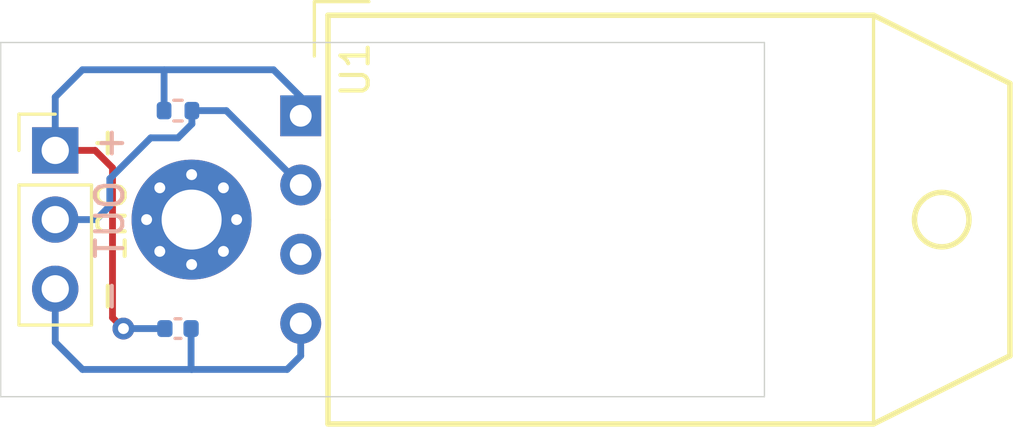
<source format=kicad_pcb>
(kicad_pcb (version 20171130) (host pcbnew 5.1.9-73d0e3b20d~88~ubuntu20.04.1)

  (general
    (thickness 1)
    (drawings 6)
    (tracks 31)
    (zones 0)
    (modules 5)
    (nets 4)
  )

  (page A4)
  (layers
    (0 F.Cu signal)
    (31 B.Cu signal)
    (32 B.Adhes user)
    (33 F.Adhes user)
    (34 B.Paste user)
    (35 F.Paste user)
    (36 B.SilkS user)
    (37 F.SilkS user)
    (38 B.Mask user)
    (39 F.Mask user)
    (40 Dwgs.User user)
    (41 Cmts.User user)
    (42 Eco1.User user)
    (43 Eco2.User user)
    (44 Edge.Cuts user)
    (45 Margin user)
    (46 B.CrtYd user)
    (47 F.CrtYd user)
    (48 B.Fab user hide)
    (49 F.Fab user hide)
  )

  (setup
    (last_trace_width 0.25)
    (trace_clearance 0.2)
    (zone_clearance 0.508)
    (zone_45_only no)
    (trace_min 0.2)
    (via_size 0.8)
    (via_drill 0.4)
    (via_min_size 0.4)
    (via_min_drill 0.3)
    (uvia_size 0.3)
    (uvia_drill 0.1)
    (uvias_allowed no)
    (uvia_min_size 0.2)
    (uvia_min_drill 0.1)
    (edge_width 0.05)
    (segment_width 0.2)
    (pcb_text_width 0.3)
    (pcb_text_size 1.5 1.5)
    (mod_edge_width 0.12)
    (mod_text_size 1 1)
    (mod_text_width 0.15)
    (pad_size 1.524 1.524)
    (pad_drill 0.762)
    (pad_to_mask_clearance 0)
    (aux_axis_origin 0 0)
    (visible_elements FFFFFF7F)
    (pcbplotparams
      (layerselection 0x010fc_ffffffff)
      (usegerberextensions false)
      (usegerberattributes true)
      (usegerberadvancedattributes true)
      (creategerberjobfile true)
      (excludeedgelayer true)
      (linewidth 0.100000)
      (plotframeref false)
      (viasonmask false)
      (mode 1)
      (useauxorigin false)
      (hpglpennumber 1)
      (hpglpenspeed 20)
      (hpglpendiameter 15.000000)
      (psnegative false)
      (psa4output false)
      (plotreference true)
      (plotvalue true)
      (plotinvisibletext false)
      (padsonsilk false)
      (subtractmaskfromsilk false)
      (outputformat 1)
      (mirror false)
      (drillshape 1)
      (scaleselection 1)
      (outputdirectory ""))
  )

  (net 0 "")
  (net 1 /VCC)
  (net 2 /GND)
  (net 3 /OUT)

  (net_class Default "This is the default net class."
    (clearance 0.2)
    (trace_width 0.25)
    (via_dia 0.8)
    (via_drill 0.4)
    (uvia_dia 0.3)
    (uvia_drill 0.1)
    (add_net /GND)
    (add_net /OUT)
    (add_net /VCC)
    (add_net "Net-(U1-Pad3)")
  )

  (module DHT22_pcb:Aosong_DHT22_horiz (layer F.Cu) (tedit 60C471E4) (tstamp 60C4BDD1)
    (at 51 46.5)
    (descr "Temperature and humidity module, http://akizukidenshi.com/download/ds/aosong/DHT11.pdf")
    (tags "Temperature and humidity module")
    (path /60C45F31)
    (fp_text reference U1 (at 2 -5.5 -90) (layer F.SilkS)
      (effects (font (size 1 1) (thickness 0.15)))
    )
    (fp_text value DHT22 (at 4 5.5) (layer F.Fab)
      (effects (font (size 1 1) (thickness 0.15)))
    )
    (fp_text user %R (at 0 3.81) (layer F.Fab)
      (effects (font (size 1 1) (thickness 0.15)))
    )
    (fp_circle (center 23.5 0) (end 24.5 0) (layer F.SilkS) (width 0.2))
    (fp_line (start 26 5) (end 21 7.5) (layer F.SilkS) (width 0.2))
    (fp_line (start 26 -5) (end 26 5) (layer F.SilkS) (width 0.2))
    (fp_line (start 21 -7.5) (end 26 -5) (layer F.SilkS) (width 0.2))
    (fp_line (start 0.5 -8) (end 0.5 -6) (layer F.SilkS) (width 0.12))
    (fp_line (start 2.5 -8) (end 0.5 -8) (layer F.SilkS) (width 0.12))
    (fp_line (start 1 7.5) (end 1 0) (layer F.SilkS) (width 0.2))
    (fp_line (start 21 7.5) (end 1 7.5) (layer F.SilkS) (width 0.2))
    (fp_line (start 21 -7.5) (end 21 7.5) (layer F.SilkS) (width 0.12))
    (fp_line (start 1 -7.5) (end 21 -7.5) (layer F.SilkS) (width 0.2))
    (fp_line (start 1 0) (end 1 -7.5) (layer F.SilkS) (width 0.2))
    (fp_line (start 2.5 -7.5) (end 21 -7.5) (layer F.Fab) (width 0.1))
    (fp_line (start 26 -5) (end 26 5) (layer F.Fab) (width 0.1))
    (fp_line (start 21 7.5) (end 1 7.5) (layer F.Fab) (width 0.1))
    (fp_line (start 1 -6) (end 1 7.5) (layer F.Fab) (width 0.1))
    (fp_line (start 0.5 -8) (end 26.5 -8) (layer F.CrtYd) (width 0.05))
    (fp_line (start 26.5 -8) (end 26.5 8) (layer F.CrtYd) (width 0.05))
    (fp_line (start 26.5 8) (end 0.5 8) (layer F.CrtYd) (width 0.05))
    (fp_line (start 0.5 8) (end 0.5 -8) (layer F.CrtYd) (width 0.05))
    (fp_line (start 1 -6) (end 2.5 -7.5) (layer F.Fab) (width 0.1))
    (fp_line (start 21 -7.5) (end 26 -5) (layer F.Fab) (width 0.1))
    (fp_line (start 21 7.5) (end 26 5) (layer F.Fab) (width 0.1))
    (fp_circle (center 23.5 0) (end 24.5 0) (layer F.Fab) (width 0.12))
    (pad 1 thru_hole rect (at 0 -3.81) (size 1.5 1.5) (drill 0.8) (layers *.Cu *.Mask)
      (net 1 /VCC))
    (pad 2 thru_hole circle (at 0 -1.27) (size 1.5 1.5) (drill 0.8) (layers *.Cu *.Mask)
      (net 3 /OUT))
    (pad 3 thru_hole circle (at 0 1.27) (size 1.5 1.5) (drill 0.8) (layers *.Cu *.Mask))
    (pad 4 thru_hole circle (at 0 3.81) (size 1.5 1.5) (drill 0.8) (layers *.Cu *.Mask)
      (net 2 /GND))
    (model ${KIPRJMOD}/3d_models/DHT22_T_sensor.step
      (at (xyz 0 0 0))
      (scale (xyz 1 1 1))
      (rotate (xyz 0 0 0))
    )
  )

  (module DHT22_pcb:MountingHole_2.2mm_M2_Pad_Via (layer F.Cu) (tedit 56DDB9C7) (tstamp 60C4D1BA)
    (at 47 46.5)
    (descr "Mounting Hole 2.2mm, M2")
    (tags "mounting hole 2.2mm m2")
    (path /60C47E20)
    (attr virtual)
    (fp_text reference H1 (at 0 -3.2) (layer F.SilkS) hide
      (effects (font (size 1 1) (thickness 0.15)))
    )
    (fp_text value MountingHole (at 0 3.2) (layer F.Fab)
      (effects (font (size 1 1) (thickness 0.15)))
    )
    (fp_text user %R (at 0.3 0) (layer F.Fab)
      (effects (font (size 1 1) (thickness 0.15)))
    )
    (fp_circle (center 0 0) (end 2.45 0) (layer F.CrtYd) (width 0.05))
    (fp_circle (center 0 0) (end 2.2 0) (layer Cmts.User) (width 0.15))
    (pad 1 thru_hole circle (at 1.166726 -1.166726) (size 0.7 0.7) (drill 0.4) (layers *.Cu *.Mask))
    (pad 1 thru_hole circle (at 0 -1.65) (size 0.7 0.7) (drill 0.4) (layers *.Cu *.Mask))
    (pad 1 thru_hole circle (at -1.166726 -1.166726) (size 0.7 0.7) (drill 0.4) (layers *.Cu *.Mask))
    (pad 1 thru_hole circle (at -1.65 0) (size 0.7 0.7) (drill 0.4) (layers *.Cu *.Mask))
    (pad 1 thru_hole circle (at -1.166726 1.166726) (size 0.7 0.7) (drill 0.4) (layers *.Cu *.Mask))
    (pad 1 thru_hole circle (at 0 1.65) (size 0.7 0.7) (drill 0.4) (layers *.Cu *.Mask))
    (pad 1 thru_hole circle (at 1.166726 1.166726) (size 0.7 0.7) (drill 0.4) (layers *.Cu *.Mask))
    (pad 1 thru_hole circle (at 1.65 0) (size 0.7 0.7) (drill 0.4) (layers *.Cu *.Mask))
    (pad 1 thru_hole circle (at 0 0) (size 4.4 4.4) (drill 2.2) (layers *.Cu *.Mask))
  )

  (module DHT22_pcb:R_0402_1005Metric (layer B.Cu) (tedit 5F68FEEE) (tstamp 60C4BDB9)
    (at 46.5 42.5)
    (descr "Resistor SMD 0402 (1005 Metric), square (rectangular) end terminal, IPC_7351 nominal, (Body size source: IPC-SM-782 page 72, https://www.pcb-3d.com/wordpress/wp-content/uploads/ipc-sm-782a_amendment_1_and_2.pdf), generated with kicad-footprint-generator")
    (tags resistor)
    (path /60C47999)
    (attr smd)
    (fp_text reference R1 (at 1.5 0 -90 unlocked) (layer B.SilkS) hide
      (effects (font (size 1 1) (thickness 0.15)) (justify mirror))
    )
    (fp_text value 4k7 (at 0 1.5) (layer B.Fab)
      (effects (font (size 1 1) (thickness 0.15)) (justify mirror))
    )
    (fp_line (start 0.93 -0.47) (end -0.93 -0.47) (layer B.CrtYd) (width 0.05))
    (fp_line (start 0.93 0.47) (end 0.93 -0.47) (layer B.CrtYd) (width 0.05))
    (fp_line (start -0.93 0.47) (end 0.93 0.47) (layer B.CrtYd) (width 0.05))
    (fp_line (start -0.93 -0.47) (end -0.93 0.47) (layer B.CrtYd) (width 0.05))
    (fp_line (start -0.153641 -0.38) (end 0.153641 -0.38) (layer B.SilkS) (width 0.12))
    (fp_line (start -0.153641 0.38) (end 0.153641 0.38) (layer B.SilkS) (width 0.12))
    (fp_line (start 0.525 -0.27) (end -0.525 -0.27) (layer B.Fab) (width 0.1))
    (fp_line (start 0.525 0.27) (end 0.525 -0.27) (layer B.Fab) (width 0.1))
    (fp_line (start -0.525 0.27) (end 0.525 0.27) (layer B.Fab) (width 0.1))
    (fp_line (start -0.525 -0.27) (end -0.525 0.27) (layer B.Fab) (width 0.1))
    (fp_text user %R (at 0 0) (layer B.Fab)
      (effects (font (size 0.26 0.26) (thickness 0.04)) (justify mirror))
    )
    (pad 1 smd roundrect (at -0.51 0) (size 0.54 0.64) (layers B.Cu B.Paste B.Mask) (roundrect_rratio 0.25)
      (net 1 /VCC))
    (pad 2 smd roundrect (at 0.51 0) (size 0.54 0.64) (layers B.Cu B.Paste B.Mask) (roundrect_rratio 0.25)
      (net 3 /OUT))
    (model ${KISYS3DMOD}/Resistor_SMD.3dshapes/R_0402_1005Metric.wrl
      (at (xyz 0 0 0))
      (scale (xyz 1 1 1))
      (rotate (xyz 0 0 0))
    )
  )

  (module DHT22_pcb:PinHeader_1x03_P2.54mm_Vertical (layer F.Cu) (tedit 59FED5CC) (tstamp 60C4BDA8)
    (at 42 43.96)
    (descr "Through hole straight pin header, 1x03, 2.54mm pitch, single row")
    (tags "Through hole pin header THT 1x03 2.54mm single row")
    (path /60C492CD)
    (fp_text reference J1 (at 1 -2.46 -90 unlocked) (layer F.SilkS) hide
      (effects (font (size 1 1) (thickness 0.15)))
    )
    (fp_text value Output (at 2.5 2.54 -90 unlocked) (layer F.Fab)
      (effects (font (size 1 1) (thickness 0.15)))
    )
    (fp_line (start 1.8 -1.8) (end -1.8 -1.8) (layer F.CrtYd) (width 0.05))
    (fp_line (start 1.8 6.85) (end 1.8 -1.8) (layer F.CrtYd) (width 0.05))
    (fp_line (start -1.8 6.85) (end 1.8 6.85) (layer F.CrtYd) (width 0.05))
    (fp_line (start -1.8 -1.8) (end -1.8 6.85) (layer F.CrtYd) (width 0.05))
    (fp_line (start -1.33 -1.33) (end 0 -1.33) (layer F.SilkS) (width 0.12))
    (fp_line (start -1.33 0) (end -1.33 -1.33) (layer F.SilkS) (width 0.12))
    (fp_line (start -1.33 1.27) (end 1.33 1.27) (layer F.SilkS) (width 0.12))
    (fp_line (start 1.33 1.27) (end 1.33 6.41) (layer F.SilkS) (width 0.12))
    (fp_line (start -1.33 1.27) (end -1.33 6.41) (layer F.SilkS) (width 0.12))
    (fp_line (start -1.33 6.41) (end 1.33 6.41) (layer F.SilkS) (width 0.12))
    (fp_line (start -1.27 -0.635) (end -0.635 -1.27) (layer F.Fab) (width 0.1))
    (fp_line (start -1.27 6.35) (end -1.27 -0.635) (layer F.Fab) (width 0.1))
    (fp_line (start 1.27 6.35) (end -1.27 6.35) (layer F.Fab) (width 0.1))
    (fp_line (start 1.27 -1.27) (end 1.27 6.35) (layer F.Fab) (width 0.1))
    (fp_line (start -0.635 -1.27) (end 1.27 -1.27) (layer F.Fab) (width 0.1))
    (fp_text user %R (at 0 2.54 90) (layer F.Fab)
      (effects (font (size 1 1) (thickness 0.15)))
    )
    (pad 1 thru_hole rect (at 0 0) (size 1.7 1.7) (drill 1) (layers *.Cu *.Mask)
      (net 1 /VCC))
    (pad 2 thru_hole oval (at 0 2.54) (size 1.7 1.7) (drill 1) (layers *.Cu *.Mask)
      (net 3 /OUT))
    (pad 3 thru_hole oval (at 0 5.08) (size 1.7 1.7) (drill 1) (layers *.Cu *.Mask)
      (net 2 /GND))
    (model ${KISYS3DMOD}/Connector_PinHeader_2.54mm.3dshapes/PinHeader_1x03_P2.54mm_Vertical.wrl
      (at (xyz 0 0 0))
      (scale (xyz 1 1 1))
      (rotate (xyz 0 0 0))
    )
  )

  (module DHT22_pcb:C_0402_1005Metric (layer B.Cu) (tedit 5F68FEEE) (tstamp 60C4BD91)
    (at 46.5 50.5)
    (descr "Capacitor SMD 0402 (1005 Metric), square (rectangular) end terminal, IPC_7351 nominal, (Body size source: IPC-SM-782 page 76, https://www.pcb-3d.com/wordpress/wp-content/uploads/ipc-sm-782a_amendment_1_and_2.pdf), generated with kicad-footprint-generator")
    (tags capacitor)
    (path /60C46A46)
    (attr smd)
    (fp_text reference C1 (at 1.5 0 -90 unlocked) (layer B.SilkS) hide
      (effects (font (size 1 1) (thickness 0.15)) (justify mirror))
    )
    (fp_text value 100nF (at 0 -1.5) (layer B.Fab)
      (effects (font (size 1 1) (thickness 0.15)) (justify mirror))
    )
    (fp_line (start 0.91 -0.46) (end -0.91 -0.46) (layer B.CrtYd) (width 0.05))
    (fp_line (start 0.91 0.46) (end 0.91 -0.46) (layer B.CrtYd) (width 0.05))
    (fp_line (start -0.91 0.46) (end 0.91 0.46) (layer B.CrtYd) (width 0.05))
    (fp_line (start -0.91 -0.46) (end -0.91 0.46) (layer B.CrtYd) (width 0.05))
    (fp_line (start -0.107836 -0.36) (end 0.107836 -0.36) (layer B.SilkS) (width 0.12))
    (fp_line (start -0.107836 0.36) (end 0.107836 0.36) (layer B.SilkS) (width 0.12))
    (fp_line (start 0.5 -0.25) (end -0.5 -0.25) (layer B.Fab) (width 0.1))
    (fp_line (start 0.5 0.25) (end 0.5 -0.25) (layer B.Fab) (width 0.1))
    (fp_line (start -0.5 0.25) (end 0.5 0.25) (layer B.Fab) (width 0.1))
    (fp_line (start -0.5 -0.25) (end -0.5 0.25) (layer B.Fab) (width 0.1))
    (fp_text user %R (at 0 0) (layer B.Fab)
      (effects (font (size 0.25 0.25) (thickness 0.04)) (justify mirror))
    )
    (pad 1 smd roundrect (at -0.48 0) (size 0.56 0.62) (layers B.Cu B.Paste B.Mask) (roundrect_rratio 0.25)
      (net 1 /VCC))
    (pad 2 smd roundrect (at 0.48 0) (size 0.56 0.62) (layers B.Cu B.Paste B.Mask) (roundrect_rratio 0.25)
      (net 2 /GND))
    (model ${KISYS3DMOD}/Capacitor_SMD.3dshapes/C_0402_1005Metric.wrl
      (at (xyz 0 0 0))
      (scale (xyz 1 1 1))
      (rotate (xyz 0 0 0))
    )
  )

  (gr_text "+ OUT -" (at 44 46.5 90) (layer B.SilkS) (tstamp 60C4D7E4)
    (effects (font (size 1 1) (thickness 0.15)) (justify mirror))
  )
  (gr_text "+ OUT -" (at 44 46.5 270) (layer F.SilkS)
    (effects (font (size 1 1) (thickness 0.15)))
  )
  (gr_line (start 40 53) (end 40 40) (layer Edge.Cuts) (width 0.05) (tstamp 60C52DE7))
  (gr_line (start 68 53) (end 40 53) (layer Edge.Cuts) (width 0.05))
  (gr_line (start 68 40) (end 68 53) (layer Edge.Cuts) (width 0.05))
  (gr_line (start 40 40) (end 68 40) (layer Edge.Cuts) (width 0.05))

  (segment (start 51 42.69) (end 51 42) (width 0.25) (layer B.Cu) (net 1))
  (segment (start 51 42) (end 50 41) (width 0.25) (layer B.Cu) (net 1))
  (segment (start 42 42) (end 42 43.96) (width 0.25) (layer B.Cu) (net 1))
  (segment (start 43 41) (end 42 42) (width 0.25) (layer B.Cu) (net 1))
  (segment (start 45.99 41.01) (end 46 41) (width 0.25) (layer B.Cu) (net 1))
  (segment (start 45.99 42.5) (end 45.99 41.01) (width 0.25) (layer B.Cu) (net 1))
  (segment (start 46 41) (end 43 41) (width 0.25) (layer B.Cu) (net 1))
  (segment (start 50 41) (end 46 41) (width 0.25) (layer B.Cu) (net 1))
  (via (at 44.5 50.5) (size 0.8) (drill 0.4) (layers F.Cu B.Cu) (net 1))
  (segment (start 46.02 50.5) (end 44.5 50.5) (width 0.25) (layer B.Cu) (net 1))
  (segment (start 44.100001 50.100001) (end 44.100001 44.600001) (width 0.25) (layer F.Cu) (net 1))
  (segment (start 44.5 50.5) (end 44.100001 50.100001) (width 0.25) (layer F.Cu) (net 1))
  (segment (start 43.46 43.96) (end 42 43.96) (width 0.25) (layer F.Cu) (net 1))
  (segment (start 44.100001 44.600001) (end 43.46 43.96) (width 0.25) (layer F.Cu) (net 1))
  (segment (start 51 50.31) (end 51 51.5) (width 0.25) (layer B.Cu) (net 2))
  (segment (start 51 51.5) (end 50.5 52) (width 0.25) (layer B.Cu) (net 2))
  (segment (start 42 51) (end 42 49.04) (width 0.25) (layer B.Cu) (net 2))
  (segment (start 43 52) (end 42 51) (width 0.25) (layer B.Cu) (net 2))
  (segment (start 46.98 51.98) (end 47 52) (width 0.25) (layer B.Cu) (net 2))
  (segment (start 46.98 50.5) (end 46.98 51.98) (width 0.25) (layer B.Cu) (net 2))
  (segment (start 47 52) (end 43 52) (width 0.25) (layer B.Cu) (net 2))
  (segment (start 50.5 52) (end 47 52) (width 0.25) (layer B.Cu) (net 2))
  (segment (start 48.27 42.5) (end 51 45.23) (width 0.25) (layer B.Cu) (net 3))
  (segment (start 47.01 42.5) (end 48.27 42.5) (width 0.25) (layer B.Cu) (net 3))
  (segment (start 42 46.5) (end 43.5 46.5) (width 0.25) (layer B.Cu) (net 3))
  (segment (start 43.5 46.5) (end 44 46) (width 0.25) (layer B.Cu) (net 3))
  (segment (start 44 46) (end 44 45) (width 0.25) (layer B.Cu) (net 3))
  (segment (start 44 45) (end 45.5 43.5) (width 0.25) (layer B.Cu) (net 3))
  (segment (start 45.5 43.5) (end 46.5 43.5) (width 0.25) (layer B.Cu) (net 3))
  (segment (start 47.01 42.99) (end 47.01 42.5) (width 0.25) (layer B.Cu) (net 3))
  (segment (start 46.5 43.5) (end 47.01 42.99) (width 0.25) (layer B.Cu) (net 3))

)

</source>
